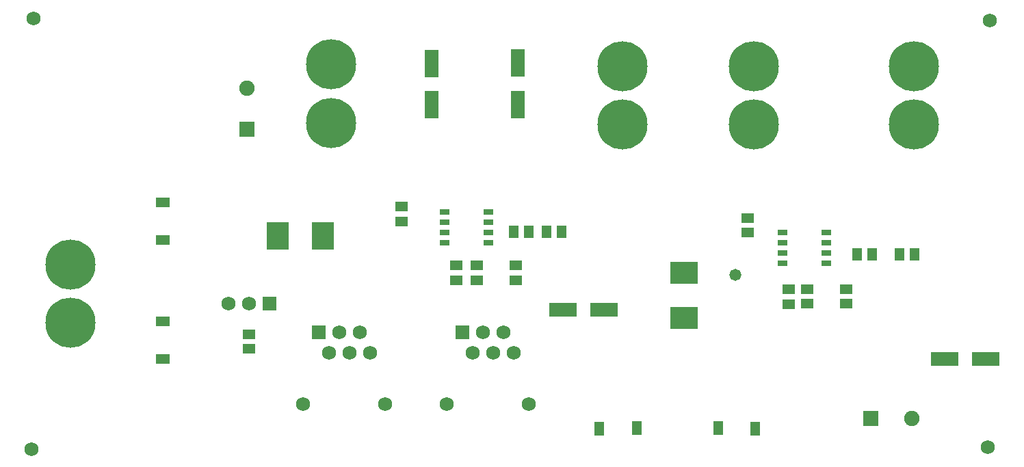
<source format=gbr>
%TF.GenerationSoftware,Altium Limited,Altium Designer,19.1.8 (144)*%
G04 Layer_Color=8388736*
%FSLAX26Y26*%
%MOIN*%
%TF.FileFunction,Soldermask,Top*%
%TF.Part,Single*%
G01*
G75*
%TA.AperFunction,ComponentPad*%
%ADD33R,0.047370X0.067055*%
%ADD34R,0.067055X0.047370*%
%ADD35C,0.244220*%
%ADD36C,0.068000*%
%ADD37R,0.068000X0.068000*%
%ADD38C,0.074929*%
%ADD39R,0.074929X0.074929*%
%ADD40R,0.074929X0.074929*%
%TA.AperFunction,WasherPad*%
%ADD41C,0.068000*%
%TA.AperFunction,ViaPad*%
%ADD42C,0.058000*%
%TA.AperFunction,SMDPad,CuDef*%
%ADD47R,0.133984X0.070992*%
%ADD48R,0.070992X0.133984*%
%ADD49R,0.051307X0.027685*%
%ADD50R,0.059181X0.049339*%
%ADD51R,0.106425X0.135953*%
%ADD52R,0.135953X0.106425*%
%ADD53R,0.063118X0.049339*%
%ADD54R,0.049339X0.059181*%
%ADD55R,0.049339X0.063118*%
D33*
X3467559Y210197D02*
D03*
X3648661Y210000D02*
D03*
X3069921Y210197D02*
D03*
X2886850Y210000D02*
D03*
D34*
X760000Y1130000D02*
D03*
X760197Y1311102D02*
D03*
X760000Y732362D02*
D03*
X760197Y549291D02*
D03*
D35*
X4420000Y1975746D02*
D03*
Y1692281D02*
D03*
X3001124Y1975746D02*
D03*
Y1692281D02*
D03*
X1580000Y1983465D02*
D03*
Y1700000D02*
D03*
X3641124Y1975746D02*
D03*
Y1692281D02*
D03*
X310000Y1010000D02*
D03*
Y726535D02*
D03*
D36*
X1080000Y820000D02*
D03*
X1180000D02*
D03*
X1770000Y580000D02*
D03*
X1670000D02*
D03*
X1570000D02*
D03*
X1720000Y680000D02*
D03*
X1620000D02*
D03*
X1845000Y330000D02*
D03*
X1445000D02*
D03*
X2470000Y580000D02*
D03*
X2370000D02*
D03*
X2270000D02*
D03*
X2420000Y680000D02*
D03*
X2320000D02*
D03*
X2545000Y330000D02*
D03*
X2145000D02*
D03*
D37*
X1280000Y820000D02*
D03*
X1520000Y680000D02*
D03*
X2220000D02*
D03*
D38*
X4410000Y260000D02*
D03*
X1170000Y1870000D02*
D03*
D39*
X4210000Y260000D02*
D03*
D40*
X1170000Y1670000D02*
D03*
D41*
X130000Y2210000D02*
D03*
X120000Y110000D02*
D03*
X4790000Y2200000D02*
D03*
X4780000Y120000D02*
D03*
D42*
X3550000Y960000D02*
D03*
D47*
X2710000Y790000D02*
D03*
X2910787D02*
D03*
X4570000Y550000D02*
D03*
X4770787D02*
D03*
D48*
X2070000Y1789213D02*
D03*
Y1990000D02*
D03*
X2490000Y1790000D02*
D03*
Y1990787D02*
D03*
D49*
X2347598Y1165000D02*
D03*
Y1215000D02*
D03*
Y1265000D02*
D03*
Y1115000D02*
D03*
X2135000D02*
D03*
Y1265000D02*
D03*
Y1215000D02*
D03*
Y1165000D02*
D03*
X3993622Y1065276D02*
D03*
Y1115276D02*
D03*
Y1165276D02*
D03*
Y1015276D02*
D03*
X3781024D02*
D03*
Y1165276D02*
D03*
Y1115276D02*
D03*
Y1065276D02*
D03*
D50*
X1180000Y670000D02*
D03*
Y597165D02*
D03*
X3810000Y814331D02*
D03*
Y887165D02*
D03*
X2190000Y932165D02*
D03*
Y1005000D02*
D03*
X2480000Y932165D02*
D03*
Y1005000D02*
D03*
X4090000Y817165D02*
D03*
Y890000D02*
D03*
D51*
X1540473Y1150000D02*
D03*
X1320000D02*
D03*
D52*
X3300000Y970000D02*
D03*
Y749528D02*
D03*
D53*
X1925000Y1218583D02*
D03*
Y1291417D02*
D03*
X3610000Y1163583D02*
D03*
Y1236417D02*
D03*
X2290000Y1005000D02*
D03*
Y932165D02*
D03*
X3900000Y890000D02*
D03*
Y817165D02*
D03*
D54*
X4422835Y1060000D02*
D03*
X4350000D02*
D03*
X2702835Y1170000D02*
D03*
X2630000D02*
D03*
D55*
X4143583Y1060000D02*
D03*
X4216417D02*
D03*
X2470000Y1170000D02*
D03*
X2542835D02*
D03*
%TF.MD5,7dc9d799d5238c3ef1004457258962e0*%
M02*

</source>
